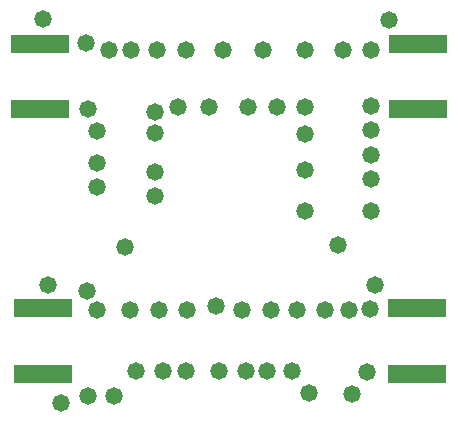
<source format=gbr>
%TF.GenerationSoftware,Altium Limited,Altium Designer,20.0.10 (225)*%
G04 Layer_Color=16711935*
%FSLAX26Y26*%
%MOIN*%
%TF.FileFunction,Soldermask,Bot*%
%TF.Part,CustomerPanel*%
G01*
G75*
%TA.AperFunction,SMDPad,CuDef*%
%ADD13R,0.196850X0.062992*%
%TA.AperFunction,ViaPad*%
%ADD18C,0.058000*%
D13*
X3021220Y3276626D02*
D03*
Y3058516D02*
D03*
X1774234D02*
D03*
Y3276626D02*
D03*
X3024764Y4157386D02*
D03*
Y3939276D02*
D03*
X1765709D02*
D03*
Y4157386D02*
D03*
D18*
X2350276Y3282618D02*
D03*
X2660276Y2995000D02*
D03*
X2855276Y3065000D02*
D03*
X2880276Y3355000D02*
D03*
X2865276Y3275000D02*
D03*
X1790276Y3355000D02*
D03*
X1920276Y3335000D02*
D03*
X1925276Y2985000D02*
D03*
X2010276D02*
D03*
X1955276Y3270000D02*
D03*
X2065276D02*
D03*
X2085276Y3065875D02*
D03*
X2175276D02*
D03*
X2160276Y3270000D02*
D03*
X2450276Y3065875D02*
D03*
X2254445Y3270000D02*
D03*
X2252132Y3065875D02*
D03*
X2360276D02*
D03*
X2520276D02*
D03*
X2439019Y3270000D02*
D03*
X2795276D02*
D03*
X2715276D02*
D03*
X2621608D02*
D03*
X2535276D02*
D03*
X2605276Y3065875D02*
D03*
X2805276Y2990000D02*
D03*
X1835276Y2960000D02*
D03*
X1773819Y4241969D02*
D03*
X2868819Y3949351D02*
D03*
X2775492Y4136969D02*
D03*
X2868819D02*
D03*
X1923819Y3941969D02*
D03*
X2928819Y4236969D02*
D03*
X2648819Y3946969D02*
D03*
X2148819Y3731969D02*
D03*
Y3651969D02*
D03*
X1953819Y3681969D02*
D03*
Y3761969D02*
D03*
X2868819Y3786969D02*
D03*
Y3706053D02*
D03*
X2648819Y3601296D02*
D03*
X2868819D02*
D03*
X2648819Y3736853D02*
D03*
Y3856969D02*
D03*
X2373819Y4136969D02*
D03*
X2328819Y3946969D02*
D03*
X2458204D02*
D03*
X2508819Y4136969D02*
D03*
X1953819Y3866969D02*
D03*
X2148819Y3861969D02*
D03*
X2648819Y4136969D02*
D03*
X2553819Y3946969D02*
D03*
X2868819Y3871969D02*
D03*
X1918819Y4161969D02*
D03*
X2148819Y3931969D02*
D03*
X2223819Y3946969D02*
D03*
X2249244Y4136969D02*
D03*
X2155366D02*
D03*
X2068819D02*
D03*
X1993819D02*
D03*
X2758819Y3486969D02*
D03*
X2048819Y3481969D02*
D03*
%TF.MD5,6633fbb0b990c37086268b9ed0f344c6*%
M02*

</source>
